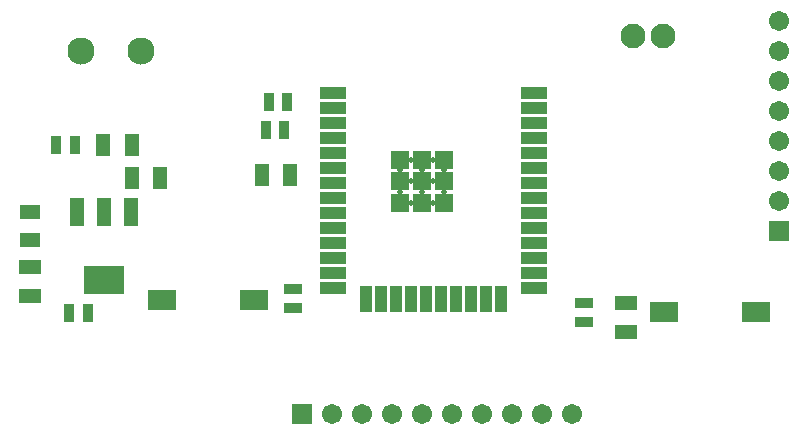
<source format=gts>
G04*
G04 #@! TF.GenerationSoftware,Altium Limited,Altium Designer,22.9.1 (49)*
G04*
G04 Layer_Color=8388736*
%FSLAX25Y25*%
%MOIN*%
G70*
G04*
G04 #@! TF.SameCoordinates,5CD507B9-0275-4A0A-92E1-85163E932064*
G04*
G04*
G04 #@! TF.FilePolarity,Negative*
G04*
G01*
G75*
%ADD21R,0.07087X0.04724*%
%ADD25R,0.05118X0.07480*%
%ADD26R,0.06036X0.06036*%
%ADD27R,0.08674X0.04343*%
%ADD28R,0.04343X0.08674*%
%ADD29R,0.09383X0.07099*%
%ADD30R,0.03543X0.05906*%
%ADD31R,0.05906X0.03543*%
%ADD32R,0.07480X0.05118*%
%ADD33R,0.13595X0.09265*%
%ADD34R,0.04540X0.09265*%
%ADD35C,0.06706*%
%ADD36R,0.06706X0.06706*%
%ADD37R,0.06706X0.06706*%
%ADD38C,0.08268*%
%ADD39C,0.09055*%
%ADD40C,0.01981*%
D21*
X9059Y103610D02*
D03*
Y94161D02*
D03*
D25*
X95559Y115886D02*
D03*
X86110D02*
D03*
X42835Y114886D02*
D03*
X52284D02*
D03*
X33335Y125886D02*
D03*
X42783D02*
D03*
D26*
X146811Y106634D02*
D03*
X139587D02*
D03*
X132362D02*
D03*
X146811Y113858D02*
D03*
X139587D02*
D03*
X132362D02*
D03*
X146811Y121083D02*
D03*
X139587D02*
D03*
X132362D02*
D03*
D27*
X176988Y143386D02*
D03*
Y138386D02*
D03*
Y133386D02*
D03*
Y128386D02*
D03*
Y123386D02*
D03*
Y118386D02*
D03*
Y113386D02*
D03*
Y108386D02*
D03*
Y103386D02*
D03*
Y98386D02*
D03*
Y93386D02*
D03*
Y88386D02*
D03*
Y83386D02*
D03*
Y78386D02*
D03*
X110059D02*
D03*
Y83386D02*
D03*
Y88386D02*
D03*
Y93386D02*
D03*
Y98386D02*
D03*
Y103386D02*
D03*
Y108386D02*
D03*
Y113386D02*
D03*
Y118386D02*
D03*
Y123386D02*
D03*
Y128386D02*
D03*
Y133386D02*
D03*
Y138386D02*
D03*
Y143386D02*
D03*
D28*
X166024Y74449D02*
D03*
X161024D02*
D03*
X156024D02*
D03*
X151024D02*
D03*
X146024D02*
D03*
X141024D02*
D03*
X136024D02*
D03*
X131024D02*
D03*
X126024D02*
D03*
X121024D02*
D03*
D29*
X83559Y74386D02*
D03*
X52850D02*
D03*
X250913Y70386D02*
D03*
X220205D02*
D03*
D30*
X94709Y140386D02*
D03*
X88410D02*
D03*
X93709Y130886D02*
D03*
X87410D02*
D03*
X23858Y125886D02*
D03*
X17559D02*
D03*
X28358Y69886D02*
D03*
X22059D02*
D03*
D31*
X96559Y77886D02*
D03*
Y71587D02*
D03*
X193559Y66886D02*
D03*
Y73185D02*
D03*
D32*
X9059Y85110D02*
D03*
Y75661D02*
D03*
X207559Y73110D02*
D03*
Y63661D02*
D03*
D33*
X33559Y80886D02*
D03*
D34*
X24504Y103720D02*
D03*
X33559D02*
D03*
X42614D02*
D03*
D35*
X189559Y36386D02*
D03*
X129559D02*
D03*
X119559D02*
D03*
X179559D02*
D03*
X169559D02*
D03*
X159559D02*
D03*
X149559D02*
D03*
X139559D02*
D03*
X109559D02*
D03*
X258559Y107386D02*
D03*
Y117386D02*
D03*
Y127386D02*
D03*
Y137386D02*
D03*
Y147386D02*
D03*
Y157386D02*
D03*
Y167386D02*
D03*
D36*
X99559Y36386D02*
D03*
D37*
X258559Y97386D02*
D03*
D38*
X210059Y162386D02*
D03*
X220059D02*
D03*
D39*
X26059Y157386D02*
D03*
X46059D02*
D03*
D40*
X143199Y106634D02*
D03*
X135974D02*
D03*
X146811Y110246D02*
D03*
X139587D02*
D03*
X132362D02*
D03*
X143199Y113858D02*
D03*
X135974D02*
D03*
X146811Y117471D02*
D03*
X139587D02*
D03*
X132362D02*
D03*
X143199Y121083D02*
D03*
X135974D02*
D03*
M02*

</source>
